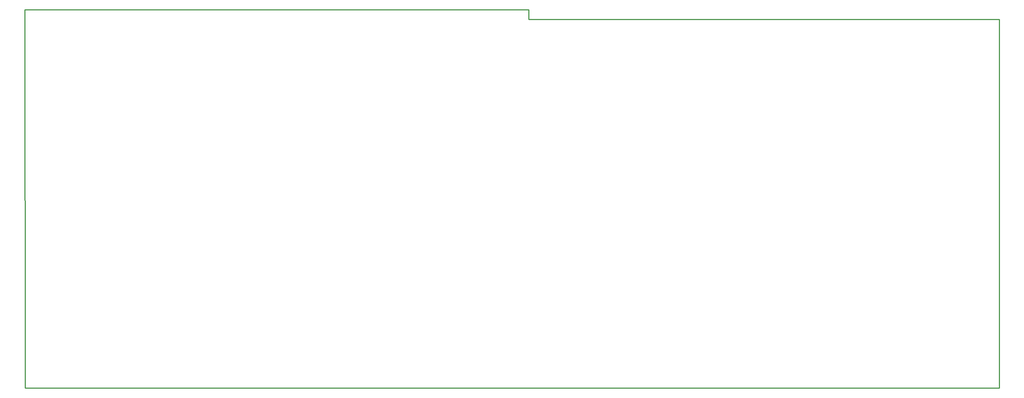
<source format=gko>
G04 Layer: BoardOutline*
G04 EasyEDA v6.4.25, 2021-10-13T21:01:18+02:00*
G04 d0ff4fc4c9904c088b94a7576bbea1e5,6cd4ab53e48b4e7bb7bf80376082a040,10*
G04 Gerber Generator version 0.2*
G04 Scale: 100 percent, Rotated: No, Reflected: No *
G04 Dimensions in millimeters *
G04 leading zeros omitted , absolute positions ,4 integer and 5 decimal *
%FSLAX45Y45*%
%MOMM*%

%ADD10C,0.2540*%
D10*
X-1050038Y1937512D02*
G01*
X10837415Y1937512D01*
X10837478Y1712495D01*
X21949953Y1712495D01*
X21949915Y-7000001D01*
X-1050000Y-7000001D01*
X-1050038Y1937512D01*

%LPD*%
M02*

</source>
